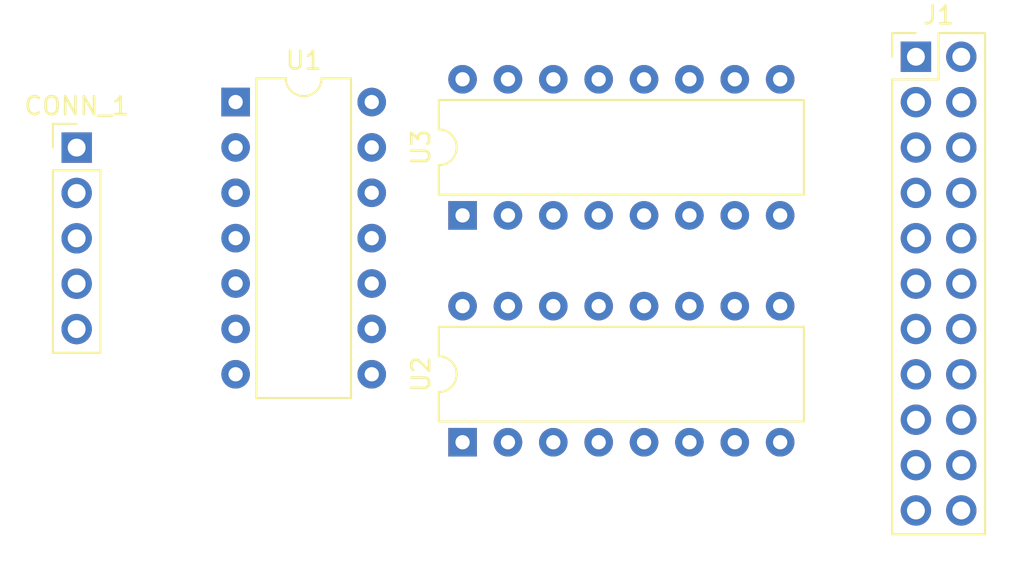
<source format=kicad_pcb>
(kicad_pcb (version 20211014) (generator pcbnew)
  (layers (0 "F.Cu" signal) (31 "B.Cu" signal) (34 "B.Paste" user) (35 "F.Paste" user) (36 "B.SilkS" user "B.Silkscreen") (37 "F.SilkS" user "F.Silkscreen") (38 "B.Mask" user) (39 "F.Mask" user) (44 "Edge.Cuts" user))
  (net 0 "")
  (net 1 "C_Data")
  (net 2 "Net-(U1-Pad2)")
  (net 3 "C_Latch")
  (net 4 "C_Clock")
  (net 7 "GND")
  (net 14 "VCC")
  (net 15 "Net-(J1-Pad1)")
  (net 16 "Net-(J1-Pad2)")
  (net 17 "Net-(J1-Pad3)")
  (net 18 "Net-(J1-Pad4)")
  (net 19 "Net-(J1-Pad5)")
  (net 20 "Net-(J1-Pad6)")
  (net 21 "Net-(J1-Pad7)")
  (net 22 "Net-(U2-Pad9)")
  (net 23 "Net-(J1-Pad8)")
  (net 24 "Net-(J1-Pad12)")
  (net 25 "Net-(J1-Pad13)")
  (net 26 "Net-(J1-Pad14)")
  (net 27 "Net-(J1-Pad15)")
  (net 28 "Net-(J1-Pad16)")
  (net 29 "Net-(J1-Pad17)")
  (net 30 "Net-(J1-Pad18)")
  (net 31 "Net-(J1-Pad19)")
  (net 32 "R_Latch")
  (net 33 "R_Output")
  (net 34 "Net-(U3-Pad10)")
  (net 36 "Net-(U3-Pad13)")
  (footprint "Package_DIP:DIP-16_W7.62mm" (layer "F.Cu") (at 39.385 26.66 90)
    (fp_text reference "U3" (at 3.81 -2.33 90) (layer "F.SilkS"))
    (fp_text value "74HC595")
    (fp_line (start 2.81 -1.33) (end 1.16 -1.33) (layer "F.SilkS") (width 0.12))
    (fp_line (start 1.16 19.11) (end 6.46 19.11) (layer "F.SilkS") (width 0.12))
    (fp_line (start 6.46 -1.33) (end 4.81 -1.33) (layer "F.SilkS") (width 0.12))
    (fp_line (start 1.16 -1.33) (end 1.16 19.11) (layer "F.SilkS") (width 0.12))
    (fp_line (start 6.46 19.11) (end 6.46 -1.33) (layer "F.SilkS") (width 0.12))
    (fp_arc (start 4.81 -1.33) (mid 3.81 -0.33) (end 2.81 -1.33) (layer "F.SilkS") (width 0.12))
    (pad "1" thru_hole rect (at 0 0 90) (size 1.6 1.6) (drill 0.8) (layers *.Cu *.Mask) (net 25 "Net-(J1-Pad13)"))
    (pad "2" thru_hole oval (at 0 2.54 90) (size 1.6 1.6) (drill 0.8) (layers *.Cu *.Mask) (net 26 "Net-(J1-Pad14)"))
    (pad "3" thru_hole oval (at 0 5.08 90) (size 1.6 1.6) (drill 0.8) (layers *.Cu *.Mask) (net 27 "Net-(J1-Pad15)"))
    (pad "4" thru_hole oval (at 0 7.62 90) (size 1.6 1.6) (drill 0.8) (layers *.Cu *.Mask) (net 28 "Net-(J1-Pad16)"))
    (pad "5" thru_hole oval (at 0 10.16 90) (size 1.6 1.6) (drill 0.8) (layers *.Cu *.Mask) (net 29 "Net-(J1-Pad17)"))
    (pad "6" thru_hole oval (at 0 12.7 90) (size 1.6 1.6) (drill 0.8) (layers *.Cu *.Mask) (net 30 "Net-(J1-Pad18)"))
    (pad "7" thru_hole oval (at 0 15.24 90) (size 1.6 1.6) (drill 0.8) (layers *.Cu *.Mask) (net 31 "Net-(J1-Pad19)"))
    (pad "8" thru_hole oval (at 0 17.78 90) (size 1.6 1.6) (drill 0.8) (layers *.Cu *.Mask) (net 7 "GND"))
    (pad "9" thru_hole oval (at 7.62 17.78 90) (size 1.6 1.6) (drill 0.8) (layers *.Cu *.Mask))
    (pad "10" thru_hole oval (at 7.62 15.24 90) (size 1.6 1.6) (drill 0.8) (layers *.Cu *.Mask) (net 34 "Net-(U3-Pad10)"))
    (pad "11" thru_hole oval (at 7.62 12.7 90) (size 1.6 1.6) (drill 0.8) (layers *.Cu *.Mask) (net 4 "C_Clock"))
    (pad "12" thru_hole oval (at 7.62 10.16 90) (size 1.6 1.6) (drill 0.8) (layers *.Cu *.Mask) (net 32 "R_Latch"))
    (pad "13" thru_hole oval (at 7.62 7.62 90) (size 1.6 1.6) (drill 0.8) (layers *.Cu *.Mask) (net 36 "Net-(U3-Pad13)"))
    (pad "14" thru_hole oval (at 7.62 5.08 90) (size 1.6 1.6) (drill 0.8) (layers *.Cu *.Mask) (net 22 "Net-(U2-Pad9)"))
    (pad "15" thru_hole oval (at 7.62 2.54 90) (size 1.6 1.6) (drill 0.8) (layers *.Cu *.Mask) (net 24 "Net-(J1-Pad12)"))
    (pad "16" thru_hole oval (at 7.62 0 90) (size 1.6 1.6) (drill 0.8) (layers *.Cu *.Mask) (net 14 "VCC"))
  )
  (footprint "Connector_PinHeader_2.54mm:PinHeader_1x05_P2.54mm_Vertical" (layer "F.Cu") (at 17.78 22.865)
    (fp_text reference "CONN_1" (at 0 -2.33) (layer "F.SilkS"))
    (fp_text value "SNES Conn")
    (fp_line (start -1.33 -1.33) (end 0 -1.33) (layer "F.SilkS") (width 0.12))
    (fp_line (start -1.33 11.49) (end 1.33 11.49) (layer "F.SilkS") (width 0.12))
    (fp_line (start 1.33 1.27) (end 1.33 11.49) (layer "F.SilkS") (width 0.12))
    (fp_line (start -1.33 0) (end -1.33 -1.33) (layer "F.SilkS") (width 0.12))
    (fp_line (start -1.33 1.27) (end -1.33 11.49) (layer "F.SilkS") (width 0.12))
    (fp_line (start -1.33 1.27) (end 1.33 1.27) (layer "F.SilkS") (width 0.12))
    (pad "1" thru_hole rect (at 0 0) (size 1.7 1.7) (drill 1) (layers *.Cu *.Mask) (net 7 "GND"))
    (pad "2" thru_hole oval (at 0 2.54) (size 1.7 1.7) (drill 1) (layers *.Cu *.Mask) (net 1 "C_Data"))
    (pad "3" thru_hole oval (at 0 5.08) (size 1.7 1.7) (drill 1) (layers *.Cu *.Mask) (net 3 "C_Latch"))
    (pad "4" thru_hole oval (at 0 7.62) (size 1.7 1.7) (drill 1) (layers *.Cu *.Mask) (net 4 "C_Clock"))
    (pad "5" thru_hole oval (at 0 10.16) (size 1.7 1.7) (drill 1) (layers *.Cu *.Mask) (net 14 "VCC"))
  )
  (footprint "Connector_PinHeader_2.54mm:PinHeader_2x11_P2.54mm_Vertical" (layer "F.Cu") (at 64.765 17.78)
    (fp_text reference "J1" (at 1.27 -2.33) (layer "F.SilkS"))
    (fp_text value "Parallel Bus")
    (fp_line (start -1.33 1.27) (end -1.33 26.73) (layer "F.SilkS") (width 0.12))
    (fp_line (start 3.87 -1.33) (end 3.87 26.73) (layer "F.SilkS") (width 0.12))
    (fp_line (start -1.33 26.73) (end 3.87 26.73) (layer "F.SilkS") (width 0.12))
    (fp_line (start -1.33 1.27) (end 1.27 1.27) (layer "F.SilkS") (width 0.12))
    (fp_line (start -1.33 -1.33) (end 0 -1.33) (layer "F.SilkS") (width 0.12))
    (fp_line (start 1.27 -1.33) (end 3.87 -1.33) (layer "F.SilkS") (width 0.12))
    (fp_line (start 1.27 1.27) (end 1.27 -1.33) (layer "F.SilkS") (width 0.12))
    (fp_line (start -1.33 0) (end -1.33 -1.33) (layer "F.SilkS") (width 0.12))
    (pad "1" thru_hole rect (at 0 0) (size 1.7 1.7) (drill 1) (layers *.Cu *.Mask) (net 15 "Net-(J1-Pad1)"))
    (pad "2" thru_hole oval (at 2.54 0) (size 1.7 1.7) (drill 1) (layers *.Cu *.Mask) (net 16 "Net-(J1-Pad2)"))
    (pad "3" thru_hole oval (at 0 2.54) (size 1.7 1.7) (drill 1) (layers *.Cu *.Mask) (net 17 "Net-(J1-Pad3)"))
    (pad "4" thru_hole oval (at 2.54 2.54) (size 1.7 1.7) (drill 1) (layers *.Cu *.Mask) (net 18 "Net-(J1-Pad4)"))
    (pad "5" thru_hole oval (at 0 5.08) (size 1.7 1.7) (drill 1) (layers *.Cu *.Mask) (net 19 "Net-(J1-Pad5)"))
    (pad "6" thru_hole oval (at 2.54 5.08) (size 1.7 1.7) (drill 1) (layers *.Cu *.Mask) (net 20 "Net-(J1-Pad6)"))
    (pad "7" thru_hole oval (at 0 7.62) (size 1.7 1.7) (drill 1) (layers *.Cu *.Mask) (net 21 "Net-(J1-Pad7)"))
    (pad "8" thru_hole oval (at 2.54 7.62) (size 1.7 1.7) (drill 1) (layers *.Cu *.Mask) (net 23 "Net-(J1-Pad8)"))
    (pad "9" thru_hole oval (at 0 10.16) (size 1.7 1.7) (drill 1) (layers *.Cu *.Mask) (net 4 "C_Clock"))
    (pad "10" thru_hole oval (at 2.54 10.16) (size 1.7 1.7) (drill 1) (layers *.Cu *.Mask) (net 3 "C_Latch"))
    (pad "11" thru_hole oval (at 0 12.7) (size 1.7 1.7) (drill 1) (layers *.Cu *.Mask) (net 14 "VCC"))
    (pad "12" thru_hole oval (at 2.54 12.7) (size 1.7 1.7) (drill 1) (layers *.Cu *.Mask) (net 24 "Net-(J1-Pad12)"))
    (pad "13" thru_hole oval (at 0 15.24) (size 1.7 1.7) (drill 1) (layers *.Cu *.Mask) (net 25 "Net-(J1-Pad13)"))
    (pad "14" thru_hole oval (at 2.54 15.24) (size 1.7 1.7) (drill 1) (layers *.Cu *.Mask) (net 26 "Net-(J1-Pad14)"))
    (pad "15" thru_hole oval (at 0 17.78) (size 1.7 1.7) (drill 1) (layers *.Cu *.Mask) (net 27 "Net-(J1-Pad15)"))
    (pad "16" thru_hole oval (at 2.54 17.78) (size 1.7 1.7) (drill 1) (layers *.Cu *.Mask) (net 28 "Net-(J1-Pad16)"))
    (pad "17" thru_hole oval (at 0 20.32) (size 1.7 1.7) (drill 1) (layers *.Cu *.Mask) (net 29 "Net-(J1-Pad17)"))
    (pad "18" thru_hole oval (at 2.54 20.32) (size 1.7 1.7) (drill 1) (layers *.Cu *.Mask) (net 30 "Net-(J1-Pad18)"))
    (pad "19" thru_hole oval (at 0 22.86) (size 1.7 1.7) (drill 1) (layers *.Cu *.Mask) (net 31 "Net-(J1-Pad19)"))
    (pad "20" thru_hole oval (at 2.54 22.86) (size 1.7 1.7) (drill 1) (layers *.Cu *.Mask) (net 32 "R_Latch"))
    (pad "21" thru_hole oval (at 0 25.4) (size 1.7 1.7) (drill 1) (layers *.Cu *.Mask) (net 33 "R_Output"))
    (pad "22" thru_hole oval (at 2.54 25.4) (size 1.7 1.7) (drill 1) (layers *.Cu *.Mask) (net 7 "GND"))
  )
  (footprint "Package_DIP:DIP-16_W7.62mm" (layer "F.Cu") (at 39.385 39.36 90)
    (fp_text reference "U2" (at 3.81 -2.33 90) (layer "F.SilkS"))
    (fp_text value "74HC595")
    (fp_line (start 6.46 19.11) (end 6.46 -1.33) (layer "F.SilkS") (width 0.12))
    (fp_line (start 6.46 -1.33) (end 4.81 -1.33) (layer "F.SilkS") (width 0.12))
    (fp_line (start 1.16 -1.33) (end 1.16 19.11) (layer "F.SilkS") (width 0.12))
    (fp_line (start 2.81 -1.33) (end 1.16 -1.33) (layer "F.SilkS") (width 0.12))
    (fp_line (start 1.16 19.11) (end 6.46 19.11) (layer "F.SilkS") (width 0.12))
    (fp_arc (start 4.81 -1.33) (mid 3.81 -0.33) (end 2.81 -1.33) (layer "F.SilkS") (width 0.12))
    (pad "1" thru_hole rect (at 0 0 90) (size 1.6 1.6) (drill 0.8) (layers *.Cu *.Mask) (net 16 "Net-(J1-Pad2)"))
    (pad "2" thru_hole oval (at 0 2.54 90) (size 1.6 1.6) (drill 0.8) (layers *.Cu *.Mask) (net 17 "Net-(J1-Pad3)"))
    (pad "3" thru_hole oval (at 0 5.08 90) (size 1.6 1.6) (drill 0.8) (layers *.Cu *.Mask) (net 18 "Net-(J1-Pad4)"))
    (pad "4" thru_hole oval (at 0 7.62 90) (size 1.6 1.6) (drill 0.8) (layers *.Cu *.Mask) (net 19 "Net-(J1-Pad5)"))
    (pad "5" thru_hole oval (at 0 10.16 90) (size 1.6 1.6) (drill 0.8) (layers *.Cu *.Mask) (net 20 "Net-(J1-Pad6)"))
    (pad "6" thru_hole oval (at 0 12.7 90) (size 1.6 1.6) (drill 0.8) (layers *.Cu *.Mask) (net 21 "Net-(J1-Pad7)"))
    (pad "7" thru_hole oval (at 0 15.24 90) (size 1.6 1.6) (drill 0.8) (layers *.Cu *.Mask) (net 23 "Net-(J1-Pad8)"))
    (pad "8" thru_hole oval (at 0 17.78 90) (size 1.6 1.6) (drill 0.8) (layers *.Cu *.Mask) (net 7 "GND"))
    (pad "9" thru_hole oval (at 7.62 17.78 90) (size 1.6 1.6) (drill 0.8) (layers *.Cu *.Mask) (net 22 "Net-(U2-Pad9)"))
    (pad "10" thru_hole oval (at 7.62 15.24 90) (size 1.6 1.6) (drill 0.8) (layers *.Cu *.Mask) (net 34 "Net-(U3-Pad10)"))
    (pad "11" thru_hole oval (at 7.62 12.7 90) (size 1.6 1.6) (drill 0.8) (layers *.Cu *.Mask) (net 4 "C_Clock"))
    (pad "12" thru_hole oval (at 7.62 10.16 90) (size 1.6 1.6) (drill 0.8) (layers *.Cu *.Mask) (net 32 "R_Latch"))
    (pad "13" thru_hole oval (at 7.62 7.62 90) (size 1.6 1.6) (drill 0.8) (layers *.Cu *.Mask) (net 36 "Net-(U3-Pad13)"))
    (pad "14" thru_hole oval (at 7.62 5.08 90) (size 1.6 1.6) (drill 0.8) (layers *.Cu *.Mask) (net 2 "Net-(U1-Pad2)"))
    (pad "15" thru_hole oval (at 7.62 2.54 90) (size 1.6 1.6) (drill 0.8) (layers *.Cu *.Mask) (net 15 "Net-(J1-Pad1)"))
    (pad "16" thru_hole oval (at 7.62 0 90) (size 1.6 1.6) (drill 0.8) (layers *.Cu *.Mask) (net 14 "VCC"))
  )
  (footprint "Package_DIP:DIP-14_W7.62mm" (layer "F.Cu") (at 26.68 20.315)
    (fp_text reference "U1" (at 3.81 -2.33) (layer "F.SilkS"))
    (fp_text value "74LS04")
    (fp_line (start 1.16 16.57) (end 6.46 16.57) (layer "F.SilkS") (width 0.12))
    (fp_line (start 6.46 -1.33) (end 4.81 -1.33) (layer "F.SilkS") (width 0.12))
    (fp_line (start 6.46 16.57) (end 6.46 -1.33) (layer "F.SilkS") (width 0.12))
    (fp_line (start 2.81 -1.33) (end 1.16 -1.33) (layer "F.SilkS") (width 0.12))
    (fp_line (start 1.16 -1.33) (end 1.16 16.57) (layer "F.SilkS") (width 0.12))
    (fp_arc (start 4.81 -1.33) (mid 3.81 -0.33) (end 2.81 -1.33) (layer "F.SilkS") (width 0.12))
    (pad "1" thru_hole rect (at 0 0) (size 1.6 1.6) (drill 0.8) (layers *.Cu *.Mask) (net 1 "C_Data"))
    (pad "2" thru_hole oval (at 0 2.54) (size 1.6 1.6) (drill 0.8) (layers *.Cu *.Mask) (net 2 "Net-(U1-Pad2)"))
    (pad "3" thru_hole oval (at 0 5.08) (size 1.6 1.6) (drill 0.8) (layers *.Cu *.Mask) (net 3 "C_Latch"))
    (pad "4" thru_hole oval (at 0 7.62) (size 1.6 1.6) (drill 0.8) (layers *.Cu *.Mask) (net 34 "Net-(U3-Pad10)"))
    (pad "5" thru_hole oval (at 0 10.16) (size 1.6 1.6) (drill 0.8) (layers *.Cu *.Mask))
    (pad "6" thru_hole oval (at 0 12.7) (size 1.6 1.6) (drill 0.8) (layers *.Cu *.Mask))
    (pad "7" thru_hole oval (at 0 15.24) (size 1.6 1.6) (drill 0.8) (layers *.Cu *.Mask) (net 7 "GND"))
    (pad "8" thru_hole oval (at 7.62 15.24) (size 1.6 1.6) (drill 0.8) (layers *.Cu *.Mask))
    (pad "9" thru_hole oval (at 7.62 12.7) (size 1.6 1.6) (drill 0.8) (layers *.Cu *.Mask))
    (pad "10" thru_hole oval (at 7.62 10.16) (size 1.6 1.6) (drill 0.8) (layers *.Cu *.Mask))
    (pad "11" thru_hole oval (at 7.62 7.62) (size 1.6 1.6) (drill 0.8) (layers *.Cu *.Mask))
    (pad "12" thru_hole oval (at 7.62 5.08) (size 1.6 1.6) (drill 0.8) (layers *.Cu *.Mask))
    (pad "13" thru_hole oval (at 7.62 2.54) (size 1.6 1.6) (drill 0.8) (layers *.Cu *.Mask))
    (pad "14" thru_hole oval (at 7.62 0) (size 1.6 1.6) (drill 0.8) (layers *.Cu *.Mask) (net 14 "VCC"))
  )
)
</source>
